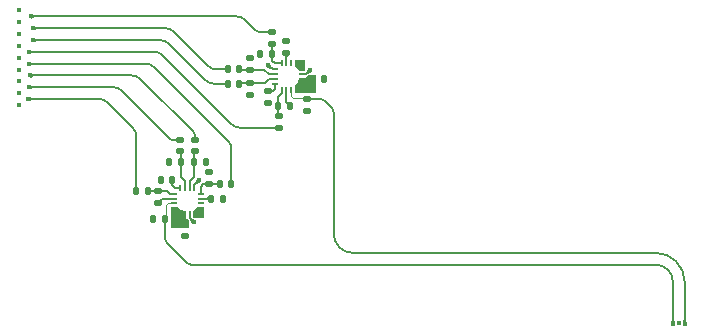
<source format=gbr>
%TF.GenerationSoftware,KiCad,Pcbnew,9.0.1*%
%TF.CreationDate,2025-05-20T09:40:34+02:00*%
%TF.ProjectId,Card_Adapter_Flex_AddOn,43617264-5f41-4646-9170-7465725f466c,0*%
%TF.SameCoordinates,Original*%
%TF.FileFunction,Copper,L1,Top*%
%TF.FilePolarity,Positive*%
%FSLAX46Y46*%
G04 Gerber Fmt 4.6, Leading zero omitted, Abs format (unit mm)*
G04 Created by KiCad (PCBNEW 9.0.1) date 2025-05-20 09:40:34*
%MOMM*%
%LPD*%
G01*
G04 APERTURE LIST*
G04 Aperture macros list*
%AMRoundRect*
0 Rectangle with rounded corners*
0 $1 Rounding radius*
0 $2 $3 $4 $5 $6 $7 $8 $9 X,Y pos of 4 corners*
0 Add a 4 corners polygon primitive as box body*
4,1,4,$2,$3,$4,$5,$6,$7,$8,$9,$2,$3,0*
0 Add four circle primitives for the rounded corners*
1,1,$1+$1,$2,$3*
1,1,$1+$1,$4,$5*
1,1,$1+$1,$6,$7*
1,1,$1+$1,$8,$9*
0 Add four rect primitives between the rounded corners*
20,1,$1+$1,$2,$3,$4,$5,0*
20,1,$1+$1,$4,$5,$6,$7,0*
20,1,$1+$1,$6,$7,$8,$9,0*
20,1,$1+$1,$8,$9,$2,$3,0*%
%AMOutline5P*
0 Free polygon, 5 corners , with rotation*
0 The origin of the aperture is its center*
0 number of corners: always 5*
0 $1 to $10 corner X, Y*
0 $11 Rotation angle, in degrees counterclockwise*
0 create outline with 5 corners*
4,1,5,$1,$2,$3,$4,$5,$6,$7,$8,$9,$10,$1,$2,$11*%
%AMOutline6P*
0 Free polygon, 6 corners , with rotation*
0 The origin of the aperture is its center*
0 number of corners: always 6*
0 $1 to $12 corner X, Y*
0 $13 Rotation angle, in degrees counterclockwise*
0 create outline with 6 corners*
4,1,6,$1,$2,$3,$4,$5,$6,$7,$8,$9,$10,$11,$12,$1,$2,$13*%
%AMOutline7P*
0 Free polygon, 7 corners , with rotation*
0 The origin of the aperture is its center*
0 number of corners: always 7*
0 $1 to $14 corner X, Y*
0 $15 Rotation angle, in degrees counterclockwise*
0 create outline with 7 corners*
4,1,7,$1,$2,$3,$4,$5,$6,$7,$8,$9,$10,$11,$12,$13,$14,$1,$2,$15*%
%AMOutline8P*
0 Free polygon, 8 corners , with rotation*
0 The origin of the aperture is its center*
0 number of corners: always 8*
0 $1 to $16 corner X, Y*
0 $17 Rotation angle, in degrees counterclockwise*
0 create outline with 8 corners*
4,1,8,$1,$2,$3,$4,$5,$6,$7,$8,$9,$10,$11,$12,$13,$14,$15,$16,$1,$2,$17*%
G04 Aperture macros list end*
%TA.AperFunction,SMDPad,CuDef*%
%ADD10RoundRect,0.140000X-0.170000X0.140000X-0.170000X-0.140000X0.170000X-0.140000X0.170000X0.140000X0*%
%TD*%
%TA.AperFunction,SMDPad,CuDef*%
%ADD11RoundRect,0.140000X0.140000X0.170000X-0.140000X0.170000X-0.140000X-0.170000X0.140000X-0.170000X0*%
%TD*%
%TA.AperFunction,SMDPad,CuDef*%
%ADD12RoundRect,0.135000X-0.135000X-0.185000X0.135000X-0.185000X0.135000X0.185000X-0.135000X0.185000X0*%
%TD*%
%TA.AperFunction,SMDPad,CuDef*%
%ADD13RoundRect,0.140000X-0.140000X-0.170000X0.140000X-0.170000X0.140000X0.170000X-0.140000X0.170000X0*%
%TD*%
%TA.AperFunction,SMDPad,CuDef*%
%ADD14RoundRect,0.140000X0.170000X-0.140000X0.170000X0.140000X-0.170000X0.140000X-0.170000X-0.140000X0*%
%TD*%
%TA.AperFunction,SMDPad,CuDef*%
%ADD15RoundRect,0.135000X0.135000X0.185000X-0.135000X0.185000X-0.135000X-0.185000X0.135000X-0.185000X0*%
%TD*%
%TA.AperFunction,SMDPad,CuDef*%
%ADD16Outline5P,-0.100000X0.325000X0.100000X0.325000X0.100000X-0.225000X0.000000X-0.325000X-0.100000X-0.325000X180.000000*%
%TD*%
%TA.AperFunction,SMDPad,CuDef*%
%ADD17R,0.200000X0.550000*%
%TD*%
%TA.AperFunction,SMDPad,CuDef*%
%ADD18R,0.550000X0.200000*%
%TD*%
%TA.AperFunction,SMDPad,CuDef*%
%ADD19RoundRect,0.135000X0.185000X-0.135000X0.185000X0.135000X-0.185000X0.135000X-0.185000X-0.135000X0*%
%TD*%
%TA.AperFunction,SMDPad,CuDef*%
%ADD20Outline5P,-0.100000X0.325000X0.100000X0.325000X0.100000X-0.225000X0.000000X-0.325000X-0.100000X-0.325000X270.000000*%
%TD*%
%TA.AperFunction,SMDPad,CuDef*%
%ADD21RoundRect,0.135000X-0.185000X0.135000X-0.185000X-0.135000X0.185000X-0.135000X0.185000X0.135000X0*%
%TD*%
%TA.AperFunction,ViaPad*%
%ADD22C,0.400000*%
%TD*%
%TA.AperFunction,Conductor*%
%ADD23C,0.200000*%
%TD*%
%TA.AperFunction,Conductor*%
%ADD24C,0.100000*%
%TD*%
%TA.AperFunction,Conductor*%
%ADD25C,0.150000*%
%TD*%
G04 APERTURE END LIST*
D10*
%TO.P,C19,1*%
%TO.N,Master_trigger_out_2*%
X78735000Y-63930000D03*
%TO.P,C19,2*%
%TO.N,Net-(U3-CLK_OUT2)*%
X78735000Y-64890000D03*
%TD*%
D11*
%TO.P,C17,1*%
%TO.N,GND*%
X82335000Y-68880000D03*
%TO.P,C17,2*%
%TO.N,+3V3*%
X81375000Y-68880000D03*
%TD*%
D12*
%TO.P,R12,1*%
%TO.N,GND*%
X76430000Y-70595000D03*
%TO.P,R12,2*%
%TO.N,Master_trigger_in*%
X77450000Y-70595000D03*
%TD*%
D13*
%TO.P,C15,1*%
%TO.N,GND*%
X77115000Y-67320000D03*
%TO.P,C15,2*%
%TO.N,+3V3*%
X78075000Y-67320000D03*
%TD*%
D14*
%TO.P,C11,1*%
%TO.N,Heim_time_out_1*%
X87080000Y-62870000D03*
%TO.P,C11,2*%
%TO.N,Net-(U1-CLK_OUT1)*%
X87080000Y-61910000D03*
%TD*%
D15*
%TO.P,R14,1*%
%TO.N,GND*%
X80935000Y-65780000D03*
%TO.P,R14,2*%
%TO.N,Net-(U3-CLK_OUT3)*%
X79915000Y-65780000D03*
%TD*%
D14*
%TO.P,C1,1*%
%TO.N,GND*%
X86160000Y-60770000D03*
%TO.P,C1,2*%
%TO.N,+3V3*%
X86160000Y-59810000D03*
%TD*%
D10*
%TO.P,C14,1*%
%TO.N,Heim_time_out_4*%
X86480000Y-54810000D03*
%TO.P,C14,2*%
%TO.N,Net-(U1-CLK_OUT4)*%
X86480000Y-55770000D03*
%TD*%
D13*
%TO.P,C18,1*%
%TO.N,Master_trigger_out_1*%
X75015000Y-68240000D03*
%TO.P,C18,2*%
%TO.N,Net-(U3-CLK_OUT1)*%
X75975000Y-68240000D03*
%TD*%
%TO.P,C12,1*%
%TO.N,Heim_time_out_2*%
X82770000Y-59150000D03*
%TO.P,C12,2*%
%TO.N,Net-(U1-CLK_OUT2)*%
X83730000Y-59150000D03*
%TD*%
D16*
%TO.P,U3,1,OE_2*%
%TO.N,+3V3*%
X78745000Y-70155000D03*
D17*
%TO.P,U3,2,VDD*%
X79145000Y-70205000D03*
%TO.P,U3,3,GND*%
%TO.N,GND*%
X79545000Y-70205000D03*
%TO.P,U3,4,OE_3*%
%TO.N,+3V3*%
X79945000Y-70205000D03*
D18*
%TO.P,U3,5,OE_4*%
X80470000Y-69680000D03*
%TO.P,U3,6,OE_OSC*%
%TO.N,/Master trigger/Signaling*%
X80470000Y-69280000D03*
%TO.P,U3,7,VDD*%
%TO.N,+3V3*%
X80470000Y-68880000D03*
%TO.P,U3,8,CLK_OUT4*%
%TO.N,Net-(U3-CLK_OUT4)*%
X80470000Y-68480000D03*
D17*
%TO.P,U3,9,GND*%
%TO.N,GND*%
X79945000Y-67955000D03*
%TO.P,U3,10,CLK_OUT3*%
%TO.N,Net-(U3-CLK_OUT3)*%
X79545000Y-67955000D03*
%TO.P,U3,11,CLK_OUT2*%
%TO.N,Net-(U3-CLK_OUT2)*%
X79145000Y-67955000D03*
%TO.P,U3,12,VDD*%
%TO.N,+3V3*%
X78745000Y-67955000D03*
D18*
%TO.P,U3,13,CLK_OUT1*%
%TO.N,Net-(U3-CLK_OUT1)*%
X78220000Y-68480000D03*
%TO.P,U3,14,GND*%
%TO.N,GND*%
X78220000Y-68880000D03*
%TO.P,U3,15,CLK_IN*%
%TO.N,Master_trigger_in*%
X78220000Y-69280000D03*
%TO.P,U3,16,OE_1*%
%TO.N,+3V3*%
X78220000Y-69680000D03*
%TD*%
D11*
%TO.P,C2,1*%
%TO.N,GND*%
X90900000Y-58740000D03*
%TO.P,C2,2*%
%TO.N,+3V3*%
X89940000Y-58740000D03*
%TD*%
D19*
%TO.P,R3,1*%
%TO.N,GND*%
X84630000Y-60130000D03*
%TO.P,R3,2*%
%TO.N,Net-(U1-CLK_OUT2)*%
X84630000Y-59110000D03*
%TD*%
D20*
%TO.P,U1,1,OE_2*%
%TO.N,+3V3*%
X88995000Y-59140000D03*
D18*
%TO.P,U1,2,VDD*%
X89045000Y-58740000D03*
%TO.P,U1,3,GND*%
%TO.N,GND*%
X89045000Y-58340000D03*
%TO.P,U1,4,OE_3*%
%TO.N,+3V3*%
X89045000Y-57940000D03*
D17*
%TO.P,U1,5,OE_4*%
X88520000Y-57415000D03*
%TO.P,U1,6,OE_OSC*%
%TO.N,/Heimtime/Signaling*%
X88120000Y-57415000D03*
%TO.P,U1,7,VDD*%
%TO.N,+3V3*%
X87720000Y-57415000D03*
%TO.P,U1,8,CLK_OUT4*%
%TO.N,Net-(U1-CLK_OUT4)*%
X87320000Y-57415000D03*
D18*
%TO.P,U1,9,GND*%
%TO.N,GND*%
X86795000Y-57940000D03*
%TO.P,U1,10,CLK_OUT3*%
%TO.N,Net-(U1-CLK_OUT3)*%
X86795000Y-58340000D03*
%TO.P,U1,11,CLK_OUT2*%
%TO.N,Net-(U1-CLK_OUT2)*%
X86795000Y-58740000D03*
%TO.P,U1,12,VDD*%
%TO.N,+3V3*%
X86795000Y-59140000D03*
D17*
%TO.P,U1,13,CLK_OUT1*%
%TO.N,Net-(U1-CLK_OUT1)*%
X87320000Y-59665000D03*
%TO.P,U1,14,GND*%
%TO.N,GND*%
X87720000Y-59665000D03*
%TO.P,U1,15,CLK_IN*%
%TO.N,Heim_time_in*%
X88120000Y-59665000D03*
%TO.P,U1,16,OE_1*%
%TO.N,+3V3*%
X88520000Y-59665000D03*
%TD*%
D15*
%TO.P,R4,1*%
%TO.N,GND*%
X88060000Y-61010000D03*
%TO.P,R4,2*%
%TO.N,Net-(U1-CLK_OUT1)*%
X87040000Y-61010000D03*
%TD*%
D12*
%TO.P,R1,1*%
%TO.N,GND*%
X85500000Y-56670000D03*
%TO.P,R1,2*%
%TO.N,Net-(U1-CLK_OUT4)*%
X86520000Y-56670000D03*
%TD*%
D14*
%TO.P,C16,1*%
%TO.N,GND*%
X79145000Y-72060000D03*
%TO.P,C16,2*%
%TO.N,+3V3*%
X79145000Y-71100000D03*
%TD*%
D21*
%TO.P,R2,1*%
%TO.N,GND*%
X84620000Y-56950000D03*
%TO.P,R2,2*%
%TO.N,Net-(U1-CLK_OUT3)*%
X84620000Y-57970000D03*
%TD*%
D13*
%TO.P,C13,1*%
%TO.N,Heim_time_out_3*%
X82750000Y-57930000D03*
%TO.P,C13,2*%
%TO.N,Net-(U1-CLK_OUT3)*%
X83710000Y-57930000D03*
%TD*%
D10*
%TO.P,C3,1*%
%TO.N,GND*%
X87720000Y-55550000D03*
%TO.P,C3,2*%
%TO.N,+3V3*%
X87720000Y-56510000D03*
%TD*%
D19*
%TO.P,R11,1*%
%TO.N,GND*%
X89470000Y-61470000D03*
%TO.P,R11,2*%
%TO.N,Heim_time_in*%
X89470000Y-60450000D03*
%TD*%
%TO.P,R16,1*%
%TO.N,GND*%
X76875000Y-69220000D03*
%TO.P,R16,2*%
%TO.N,Net-(U3-CLK_OUT1)*%
X76875000Y-68200000D03*
%TD*%
D11*
%TO.P,C21,1*%
%TO.N,Master_trigger_out_4*%
X83075000Y-67640000D03*
%TO.P,C21,2*%
%TO.N,Net-(U3-CLK_OUT4)*%
X82115000Y-67640000D03*
%TD*%
D21*
%TO.P,R13,1*%
%TO.N,GND*%
X81215000Y-66660000D03*
%TO.P,R13,2*%
%TO.N,Net-(U3-CLK_OUT4)*%
X81215000Y-67680000D03*
%TD*%
D12*
%TO.P,R15,1*%
%TO.N,GND*%
X77755000Y-65790000D03*
%TO.P,R15,2*%
%TO.N,Net-(U3-CLK_OUT2)*%
X78775000Y-65790000D03*
%TD*%
D10*
%TO.P,C20,1*%
%TO.N,Master_trigger_out_3*%
X79955000Y-63910000D03*
%TO.P,C20,2*%
%TO.N,Net-(U3-CLK_OUT3)*%
X79955000Y-64870000D03*
%TD*%
D22*
%TO.N,GND*%
X65100000Y-54950000D03*
X88060000Y-61010000D03*
X79885000Y-70880002D03*
X81215000Y-66660000D03*
X84630000Y-60130000D03*
X90810000Y-58740000D03*
X89720002Y-58000000D03*
X82335000Y-68880000D03*
X120950000Y-79440000D03*
X79145000Y-71970000D03*
X65100000Y-60950000D03*
X80324750Y-67333142D03*
X89470000Y-61470000D03*
X85500000Y-56670000D03*
X65100000Y-56950000D03*
X76415000Y-70630000D03*
X80935000Y-65780000D03*
X87720000Y-55550000D03*
X65100000Y-55950000D03*
X86173142Y-57560250D03*
X65100000Y-57950000D03*
X84620000Y-56950000D03*
X65100000Y-53950000D03*
X65100000Y-52950000D03*
X65100000Y-58950000D03*
X65100000Y-59950000D03*
X76875000Y-69220000D03*
X77755000Y-65790000D03*
X86160000Y-60770000D03*
X77115000Y-67320000D03*
%TO.N,Heim_time_in*%
X121450000Y-79470000D03*
%TO.N,Master_trigger_in*%
X120450000Y-79460000D03*
%TO.N,+3V3*%
X81375000Y-68880000D03*
X78075000Y-67320000D03*
X89850000Y-58740000D03*
X86160000Y-59810000D03*
X79145000Y-71010000D03*
X89660000Y-59560000D03*
X80510000Y-70240000D03*
X89070000Y-57370000D03*
X87720000Y-56510000D03*
X78325000Y-70820000D03*
%TO.N,Heim_time_out_1*%
X65910797Y-56426770D03*
%TO.N,Heim_time_out_2*%
X66280000Y-55460000D03*
%TO.N,Heim_time_out_3*%
X66250000Y-54450000D03*
%TO.N,Heim_time_out_4*%
X66070000Y-53450000D03*
%TO.N,Master_trigger_out_1*%
X65890507Y-60440768D03*
%TO.N,Master_trigger_out_2*%
X65920000Y-59450000D03*
%TO.N,Master_trigger_out_3*%
X66010000Y-58450000D03*
%TO.N,Master_trigger_out_4*%
X65913783Y-57451412D03*
%TD*%
D23*
%TO.N,Heim_time_in*%
X90622893Y-60450000D02*
X89470000Y-60450000D01*
X91593553Y-61213553D02*
X90976446Y-60596446D01*
X91740000Y-71880000D02*
X91740000Y-61567107D01*
X118999980Y-73480000D02*
X93340000Y-73480000D01*
X121450000Y-79470000D02*
X121450000Y-75930020D01*
X90976446Y-60596446D02*
G75*
G03*
X90622893Y-60450005I-353546J-353554D01*
G01*
X121450000Y-75930020D02*
G75*
G03*
X118999980Y-73480000I-2450000J20D01*
G01*
X91740000Y-61567107D02*
G75*
G03*
X91593556Y-61213550I-500000J7D01*
G01*
X93340000Y-73480000D02*
G75*
G02*
X91740000Y-71880000I0J1600000D01*
G01*
%TO.N,Master_trigger_in*%
X77450000Y-72267893D02*
X77450000Y-70595000D01*
X119000000Y-74470000D02*
X79652107Y-74470000D01*
X120450000Y-79460000D02*
X120450000Y-75920000D01*
X79298553Y-74323553D02*
X77596446Y-72621446D01*
X77596446Y-72621446D02*
G75*
G02*
X77450005Y-72267893I353554J353546D01*
G01*
X79652107Y-74470000D02*
G75*
G02*
X79298550Y-74323556I-7J500000D01*
G01*
X120450000Y-75920000D02*
G75*
G03*
X119000000Y-74470000I-1450000J0D01*
G01*
%TO.N,GND*%
X86552892Y-57940000D02*
X86173142Y-57560250D01*
X89045000Y-58340000D02*
X89380002Y-58340000D01*
X79945000Y-67712892D02*
X80324750Y-67333142D01*
X87720000Y-59665000D02*
X87720000Y-60670000D01*
X78220000Y-68880000D02*
X77215000Y-68880000D01*
X86795000Y-57940000D02*
X86552892Y-57940000D01*
X79545000Y-70540002D02*
X79885000Y-70880002D01*
X77215000Y-68880000D02*
X76875000Y-69220000D01*
X89380002Y-58340000D02*
X89720002Y-58000000D01*
X79945000Y-67955000D02*
X79945000Y-67712892D01*
X79545000Y-70205000D02*
X79545000Y-70540002D01*
X87720000Y-60670000D02*
X88060000Y-61010000D01*
D24*
%TO.N,Heim_time_in*%
X89470000Y-60450000D02*
X89260000Y-60240000D01*
X88120000Y-60180000D02*
X88290000Y-60350000D01*
X89370000Y-60350000D02*
X89470000Y-60450000D01*
X88290000Y-60350000D02*
X89370000Y-60350000D01*
X88120000Y-59665000D02*
X88120000Y-60180000D01*
X89430000Y-60410000D02*
G75*
G02*
X89470000Y-60450000I0J-40000D01*
G01*
X89260000Y-60240000D02*
G75*
G02*
X89470000Y-60450000I0J-210000D01*
G01*
%TO.N,Master_trigger_in*%
X77435000Y-70630000D02*
X77645000Y-70420000D01*
X78220000Y-69280000D02*
X77705000Y-69280000D01*
X77535000Y-70530000D02*
X77435000Y-70630000D01*
X77705000Y-69280000D02*
X77535000Y-69450000D01*
X77535000Y-69450000D02*
X77535000Y-70530000D01*
X77475000Y-70590000D02*
G75*
G02*
X77435000Y-70630000I-40000J0D01*
G01*
X77645000Y-70420000D02*
G75*
G02*
X77435000Y-70630000I-210000J0D01*
G01*
D23*
%TO.N,+3V3*%
X80470000Y-68880000D02*
X81375000Y-68880000D01*
X78075000Y-67320000D02*
X78075000Y-67760000D01*
X86795000Y-59615000D02*
X86795000Y-59140000D01*
X86600000Y-59810000D02*
X86795000Y-59615000D01*
X78075000Y-67760000D02*
X78270000Y-67955000D01*
X86160000Y-59810000D02*
X86600000Y-59810000D01*
X78270000Y-67955000D02*
X78745000Y-67955000D01*
X87720000Y-57415000D02*
X87720000Y-56510000D01*
D25*
%TO.N,Heim_time_out_1*%
X65910797Y-56426770D02*
X65934027Y-56450000D01*
X77232893Y-56742893D02*
X83067107Y-62577107D01*
X65934027Y-56450000D02*
X76525786Y-56450000D01*
X83774214Y-62870000D02*
X87080000Y-62870000D01*
X83067107Y-62577107D02*
G75*
G03*
X83774214Y-62869990I707093J707107D01*
G01*
X76525786Y-56450000D02*
G75*
G02*
X77232900Y-56742886I14J-1000000D01*
G01*
%TO.N,Heim_time_out_2*%
X77762893Y-55752893D02*
X80867107Y-58857107D01*
X81574214Y-59150000D02*
X82770000Y-59150000D01*
X66280000Y-55460000D02*
X77055786Y-55460000D01*
X80867107Y-58857107D02*
G75*
G03*
X81574214Y-59149990I707093J707107D01*
G01*
X77762893Y-55752893D02*
G75*
G03*
X77055786Y-55460010I-707093J-707107D01*
G01*
%TO.N,Heim_time_out_3*%
X81077107Y-57637107D02*
X78940000Y-55500000D01*
X77475786Y-54450000D02*
X66250000Y-54450000D01*
X82750000Y-57930000D02*
X81784214Y-57930000D01*
X78940000Y-55500000D02*
X78182893Y-54742893D01*
X78182893Y-54742893D02*
G75*
G03*
X77475786Y-54450010I-707093J-707107D01*
G01*
X81784214Y-57930000D02*
G75*
G02*
X81077100Y-57637114I-14J1000000D01*
G01*
%TO.N,Heim_time_out_4*%
X83495786Y-53450000D02*
X66070000Y-53450000D01*
X86480000Y-54810000D02*
X85684214Y-54810000D01*
X84977107Y-54517107D02*
X84202893Y-53742893D01*
X83495786Y-53450000D02*
G75*
G02*
X84202900Y-53742886I14J-1000000D01*
G01*
X85684214Y-54810000D02*
G75*
G02*
X84977100Y-54517114I-14J1000000D01*
G01*
D23*
%TO.N,Net-(U1-CLK_OUT1)*%
X87040000Y-61870000D02*
X87080000Y-61910000D01*
X87320000Y-59665000D02*
X87320000Y-59980000D01*
X87320000Y-59980000D02*
X87040000Y-60260000D01*
X87040000Y-61010000D02*
X87040000Y-61870000D01*
X87040000Y-60260000D02*
X87040000Y-61010000D01*
D25*
%TO.N,Master_trigger_out_1*%
X75015000Y-68240000D02*
X75015000Y-63599214D01*
X65891275Y-60440000D02*
X65890507Y-60440768D01*
X71855786Y-60440000D02*
X65891275Y-60440000D01*
X74722107Y-62892107D02*
X72562893Y-60732893D01*
X71855786Y-60440000D02*
G75*
G02*
X72562900Y-60732886I14J-1000000D01*
G01*
X75015000Y-63599214D02*
G75*
G03*
X74722114Y-62892100I-1000000J14D01*
G01*
D23*
%TO.N,Net-(U3-CLK_OUT1)*%
X76015000Y-68200000D02*
X75975000Y-68240000D01*
X76875000Y-68200000D02*
X76015000Y-68200000D01*
X78220000Y-68480000D02*
X77905000Y-68480000D01*
X77905000Y-68480000D02*
X77625000Y-68200000D01*
X77625000Y-68200000D02*
X76875000Y-68200000D01*
%TO.N,Net-(U3-CLK_OUT2)*%
X78775000Y-64930000D02*
X78735000Y-64890000D01*
X79145000Y-67410000D02*
X78775000Y-67040000D01*
X78775000Y-65790000D02*
X78775000Y-64930000D01*
X79145000Y-67955000D02*
X79145000Y-67410000D01*
X78775000Y-67040000D02*
X78775000Y-65790000D01*
D25*
%TO.N,Master_trigger_out_2*%
X78735000Y-63930000D02*
X78124732Y-63930000D01*
X77894730Y-63834730D02*
X73802893Y-59742893D01*
X73095786Y-59450000D02*
X65920000Y-59450000D01*
X73802893Y-59742893D02*
G75*
G03*
X73095786Y-59450010I-707093J-707107D01*
G01*
X77894730Y-63834730D02*
G75*
G03*
X78124732Y-63929969I229970J230030D01*
G01*
D23*
%TO.N,Net-(U3-CLK_OUT3)*%
X79545000Y-67400000D02*
X79915000Y-67030000D01*
X79915000Y-65780000D02*
X79915000Y-64910000D01*
X79545000Y-67955000D02*
X79545000Y-67400000D01*
X79915000Y-64910000D02*
X79955000Y-64870000D01*
X79915000Y-67030000D02*
X79915000Y-65780000D01*
D25*
%TO.N,Master_trigger_out_3*%
X74645786Y-58450000D02*
X66010000Y-58450000D01*
X79955000Y-63910000D02*
X79955000Y-63457070D01*
X79875755Y-63265755D02*
X75352893Y-58742893D01*
X79955000Y-63457070D02*
G75*
G03*
X79875748Y-63265762I-270600J-30D01*
G01*
X75352893Y-58742893D02*
G75*
G03*
X74645786Y-58450010I-707093J-707107D01*
G01*
D23*
%TO.N,Net-(U3-CLK_OUT4)*%
X80470000Y-67895000D02*
X80470000Y-68480000D01*
X80685000Y-67680000D02*
X80470000Y-67895000D01*
X81215000Y-67680000D02*
X80685000Y-67680000D01*
X82115000Y-67640000D02*
X81255000Y-67640000D01*
X81255000Y-67640000D02*
X81215000Y-67680000D01*
D25*
%TO.N,Master_trigger_out_4*%
X75817198Y-57451412D02*
X65913783Y-57451412D01*
X83075000Y-67640000D02*
X83075000Y-64699214D01*
X82782107Y-63992107D02*
X82772107Y-63992107D01*
X82772107Y-63992107D02*
X76524305Y-57744305D01*
X76524305Y-57744305D02*
G75*
G03*
X75817198Y-57451410I-707105J-707095D01*
G01*
X83075000Y-64699214D02*
G75*
G03*
X82782114Y-63992100I-1000000J14D01*
G01*
D23*
%TO.N,Net-(U1-CLK_OUT2)*%
X85880000Y-59110000D02*
X84630000Y-59110000D01*
X84630000Y-59110000D02*
X83770000Y-59110000D01*
X83770000Y-59110000D02*
X83730000Y-59150000D01*
X86250000Y-58740000D02*
X85880000Y-59110000D01*
X86795000Y-58740000D02*
X86250000Y-58740000D01*
%TO.N,Net-(U1-CLK_OUT3)*%
X83750000Y-57970000D02*
X83710000Y-57930000D01*
X84620000Y-57970000D02*
X83750000Y-57970000D01*
X86240000Y-58340000D02*
X85870000Y-57970000D01*
X86795000Y-58340000D02*
X86240000Y-58340000D01*
X85870000Y-57970000D02*
X84620000Y-57970000D01*
%TO.N,Net-(U1-CLK_OUT4)*%
X86480000Y-56630000D02*
X86520000Y-56670000D01*
X86735000Y-57415000D02*
X87320000Y-57415000D01*
X86480000Y-55770000D02*
X86480000Y-56630000D01*
X86520000Y-57200000D02*
X86735000Y-57415000D01*
X86520000Y-56670000D02*
X86520000Y-57200000D01*
%TD*%
%TA.AperFunction,Conductor*%
%TO.N,+3V3*%
G36*
X80725101Y-69604352D02*
G01*
X80739453Y-69639000D01*
X80739450Y-69639544D01*
X80730538Y-70441544D01*
X80715802Y-70476031D01*
X80681541Y-70490000D01*
X79889000Y-70490000D01*
X79854352Y-70475648D01*
X79840000Y-70441000D01*
X79840000Y-69960296D01*
X79854352Y-69925648D01*
X80175648Y-69604352D01*
X80210296Y-69590000D01*
X80690453Y-69590000D01*
X80725101Y-69604352D01*
G37*
%TD.AperFunction*%
%TD*%
%TA.AperFunction,Conductor*%
%TO.N,+3V3*%
G36*
X90205648Y-58394352D02*
G01*
X90220000Y-58429000D01*
X90220000Y-59891000D01*
X90205648Y-59925648D01*
X90171000Y-59940000D01*
X88469000Y-59940000D01*
X88434352Y-59925648D01*
X88420000Y-59891000D01*
X88420000Y-59405703D01*
X88429127Y-59377222D01*
X88670000Y-59040000D01*
X88760721Y-58677116D01*
X88783048Y-58646983D01*
X88808258Y-58640000D01*
X89319999Y-58640000D01*
X89320000Y-58640000D01*
X89434289Y-58537533D01*
X89448230Y-58528758D01*
X89493576Y-58509976D01*
X89565794Y-58437756D01*
X89569996Y-58434015D01*
X89572688Y-58431881D01*
X89588902Y-58422382D01*
X89623712Y-58391455D01*
X89624800Y-58390594D01*
X89634979Y-58387696D01*
X89655229Y-58380000D01*
X90171000Y-58380000D01*
X90205648Y-58394352D01*
G37*
%TD.AperFunction*%
%TD*%
%TA.AperFunction,Conductor*%
%TO.N,+3V3*%
G36*
X78507778Y-69589127D02*
G01*
X78845000Y-69830000D01*
X79207884Y-69920721D01*
X79238017Y-69943048D01*
X79245000Y-69968258D01*
X79245000Y-70480001D01*
X79347458Y-70594282D01*
X79356244Y-70608239D01*
X79375024Y-70653577D01*
X79375025Y-70653578D01*
X79447226Y-70725778D01*
X79450984Y-70729996D01*
X79453117Y-70732688D01*
X79462616Y-70748899D01*
X79493551Y-70783720D01*
X79494406Y-70784799D01*
X79497303Y-70794976D01*
X79505000Y-70815229D01*
X79505000Y-71331000D01*
X79490648Y-71365648D01*
X79456000Y-71380000D01*
X77994000Y-71380000D01*
X77959352Y-71365648D01*
X77945000Y-71331000D01*
X77945000Y-69629000D01*
X77959352Y-69594352D01*
X77994000Y-69580000D01*
X78479297Y-69580000D01*
X78507778Y-69589127D01*
G37*
%TD.AperFunction*%
%TD*%
%TA.AperFunction,Conductor*%
%TO.N,+3V3*%
G36*
X88469456Y-57140549D02*
G01*
X89271545Y-57149461D01*
X89306031Y-57164197D01*
X89320000Y-57198458D01*
X89320000Y-57991000D01*
X89305648Y-58025648D01*
X89271000Y-58040000D01*
X88790296Y-58040000D01*
X88755648Y-58025648D01*
X88434352Y-57704352D01*
X88420000Y-57669704D01*
X88420000Y-57189547D01*
X88434352Y-57154899D01*
X88469000Y-57140547D01*
X88469456Y-57140549D01*
G37*
%TD.AperFunction*%
%TD*%
%TA.AperFunction,Conductor*%
%TO.N,Heim_time_in*%
G36*
X121547752Y-79077270D02*
G01*
X121551113Y-79084305D01*
X121562766Y-79193844D01*
X121562767Y-79193848D01*
X121593206Y-79272589D01*
X121593212Y-79272602D01*
X121605134Y-79298767D01*
X121605664Y-79300159D01*
X121642337Y-79418641D01*
X121641509Y-79427557D01*
X121634619Y-79433277D01*
X121633499Y-79433564D01*
X121452339Y-79470522D01*
X121447661Y-79470522D01*
X121266076Y-79433477D01*
X121258655Y-79428465D01*
X121256951Y-79419674D01*
X121257122Y-79418953D01*
X121279285Y-79337668D01*
X121279802Y-79336179D01*
X121295091Y-79300159D01*
X121306791Y-79272595D01*
X121333108Y-79208254D01*
X121345388Y-79151870D01*
X121349349Y-79084852D01*
X121353258Y-79076796D01*
X121361029Y-79073843D01*
X121539479Y-79073843D01*
X121547752Y-79077270D01*
G37*
%TD.AperFunction*%
%TD*%
%TA.AperFunction,Conductor*%
%TO.N,Master_trigger_in*%
G36*
X120547752Y-79067270D02*
G01*
X120551113Y-79074305D01*
X120562766Y-79183844D01*
X120562767Y-79183848D01*
X120593206Y-79262589D01*
X120593212Y-79262602D01*
X120605134Y-79288767D01*
X120605664Y-79290159D01*
X120642337Y-79408641D01*
X120641509Y-79417557D01*
X120634619Y-79423277D01*
X120633499Y-79423564D01*
X120452339Y-79460522D01*
X120447661Y-79460522D01*
X120266076Y-79423477D01*
X120258655Y-79418465D01*
X120256951Y-79409674D01*
X120257122Y-79408953D01*
X120279285Y-79327668D01*
X120279802Y-79326179D01*
X120295091Y-79290159D01*
X120306791Y-79262595D01*
X120333108Y-79198254D01*
X120345388Y-79141870D01*
X120349349Y-79074852D01*
X120353258Y-79066796D01*
X120361029Y-79063843D01*
X120539479Y-79063843D01*
X120547752Y-79067270D01*
G37*
%TD.AperFunction*%
%TD*%
%TA.AperFunction,Conductor*%
%TO.N,GND*%
G36*
X86345233Y-57459329D02*
G01*
X86345626Y-57459967D01*
X86387428Y-57533109D01*
X86388111Y-57534519D01*
X86398222Y-57559543D01*
X86414005Y-57598604D01*
X86440873Y-57662665D01*
X86440876Y-57662671D01*
X86440878Y-57662675D01*
X86472065Y-57711229D01*
X86516653Y-57761419D01*
X86519586Y-57769879D01*
X86516179Y-57777462D01*
X86389995Y-57903646D01*
X86381722Y-57907073D01*
X86374371Y-57904475D01*
X86288671Y-57835256D01*
X86211462Y-57801099D01*
X86211455Y-57801096D01*
X86211452Y-57801095D01*
X86184519Y-57791024D01*
X86183160Y-57790414D01*
X86073455Y-57732569D01*
X86067735Y-57725679D01*
X86068563Y-57716763D01*
X86069152Y-57715768D01*
X86072153Y-57711229D01*
X86171120Y-57561531D01*
X86174423Y-57558228D01*
X86329022Y-57456020D01*
X86337812Y-57454317D01*
X86345233Y-57459329D01*
G37*
%TD.AperFunction*%
%TD*%
%TA.AperFunction,Conductor*%
%TO.N,GND*%
G36*
X80168236Y-67228562D02*
G01*
X80169223Y-67229146D01*
X80323465Y-67331118D01*
X80326773Y-67334426D01*
X80428978Y-67489021D01*
X80430682Y-67497812D01*
X80425670Y-67505233D01*
X80425024Y-67505631D01*
X80351896Y-67547424D01*
X80350477Y-67548113D01*
X80286395Y-67574005D01*
X80222333Y-67600873D01*
X80222320Y-67600880D01*
X80173771Y-67632064D01*
X80123581Y-67676653D01*
X80115120Y-67679586D01*
X80107537Y-67676179D01*
X79981353Y-67549995D01*
X79977926Y-67541722D01*
X79980522Y-67534373D01*
X80049743Y-67448671D01*
X80083900Y-67371463D01*
X80093977Y-67344512D01*
X80094580Y-67343168D01*
X80152432Y-67233452D01*
X80159320Y-67227734D01*
X80168236Y-67228562D01*
G37*
%TD.AperFunction*%
%TD*%
%TA.AperFunction,Conductor*%
%TO.N,GND*%
G36*
X79683768Y-70535775D02*
G01*
X79769470Y-70604995D01*
X79846679Y-70639152D01*
X79873621Y-70649226D01*
X79874978Y-70649835D01*
X79914336Y-70670588D01*
X79984686Y-70707682D01*
X79990406Y-70714572D01*
X79989578Y-70723488D01*
X79988989Y-70724483D01*
X79887023Y-70878717D01*
X79883715Y-70882025D01*
X79729121Y-70984230D01*
X79720330Y-70985934D01*
X79712909Y-70980922D01*
X79712511Y-70980276D01*
X79670716Y-70907147D01*
X79670026Y-70905724D01*
X79644150Y-70841681D01*
X79617263Y-70777576D01*
X79586077Y-70729023D01*
X79541487Y-70678831D01*
X79538555Y-70670372D01*
X79541961Y-70662790D01*
X79668147Y-70536604D01*
X79676419Y-70533178D01*
X79683768Y-70535775D01*
G37*
%TD.AperFunction*%
%TD*%
%TA.AperFunction,Conductor*%
%TO.N,GND*%
G36*
X89563488Y-57895420D02*
G01*
X89564475Y-57896004D01*
X89718717Y-57997976D01*
X89722025Y-58001284D01*
X89824230Y-58155879D01*
X89825934Y-58164670D01*
X89820922Y-58172091D01*
X89820276Y-58172489D01*
X89747148Y-58214282D01*
X89745729Y-58214971D01*
X89681647Y-58240863D01*
X89617585Y-58267731D01*
X89617572Y-58267738D01*
X89569023Y-58298922D01*
X89518833Y-58343511D01*
X89510372Y-58346444D01*
X89502789Y-58343037D01*
X89376605Y-58216853D01*
X89373178Y-58208580D01*
X89375774Y-58201231D01*
X89444995Y-58115529D01*
X89479152Y-58038321D01*
X89489229Y-58011370D01*
X89489832Y-58010026D01*
X89547684Y-57900310D01*
X89554572Y-57894592D01*
X89563488Y-57895420D01*
G37*
%TD.AperFunction*%
%TD*%
%TA.AperFunction,Conductor*%
%TO.N,+3V3*%
G36*
X81332557Y-68688490D02*
G01*
X81338277Y-68695380D01*
X81338564Y-68696500D01*
X81375522Y-68877661D01*
X81375522Y-68882339D01*
X81338477Y-69063923D01*
X81333465Y-69071344D01*
X81324674Y-69073048D01*
X81323935Y-69072872D01*
X81242672Y-69050715D01*
X81241179Y-69050197D01*
X81177584Y-69023204D01*
X81113256Y-68996892D01*
X81056871Y-68984612D01*
X80989852Y-68980650D01*
X80981796Y-68976740D01*
X80978843Y-68968970D01*
X80978843Y-68790521D01*
X80982270Y-68782248D01*
X80989305Y-68778887D01*
X80994977Y-68778283D01*
X81098848Y-68767233D01*
X81177595Y-68736791D01*
X81203776Y-68724860D01*
X81205157Y-68724335D01*
X81323642Y-68687662D01*
X81332557Y-68688490D01*
G37*
%TD.AperFunction*%
%TD*%
%TA.AperFunction,Conductor*%
%TO.N,+3V3*%
G36*
X87903923Y-56546522D02*
G01*
X87911344Y-56551534D01*
X87913048Y-56560325D01*
X87912872Y-56561064D01*
X87890715Y-56642326D01*
X87890197Y-56643819D01*
X87863216Y-56707386D01*
X87836891Y-56771744D01*
X87824612Y-56828127D01*
X87820651Y-56895147D01*
X87816742Y-56903204D01*
X87808971Y-56906157D01*
X87630521Y-56906157D01*
X87622248Y-56902730D01*
X87618887Y-56895695D01*
X87607233Y-56786151D01*
X87576792Y-56707409D01*
X87576790Y-56707404D01*
X87564864Y-56681230D01*
X87564334Y-56679838D01*
X87527662Y-56561356D01*
X87528490Y-56552442D01*
X87535380Y-56546722D01*
X87536483Y-56546439D01*
X87717662Y-56509477D01*
X87722338Y-56509477D01*
X87903923Y-56546522D01*
G37*
%TD.AperFunction*%
%TD*%
%TA.AperFunction,Conductor*%
%TO.N,Heim_time_out_1*%
G36*
X65962393Y-56234912D02*
G01*
X66048517Y-56264350D01*
X66050091Y-56264888D01*
X66052824Y-56266242D01*
X66116994Y-56309282D01*
X66196515Y-56357745D01*
X66196516Y-56357745D01*
X66196518Y-56357746D01*
X66220304Y-56364044D01*
X66244093Y-56370343D01*
X66296118Y-56374197D01*
X66304116Y-56378226D01*
X66306954Y-56385865D01*
X66306954Y-56514504D01*
X66303527Y-56522777D01*
X66296519Y-56526135D01*
X66187205Y-56538025D01*
X66187196Y-56538027D01*
X66108748Y-56569014D01*
X66080707Y-56582037D01*
X66079259Y-56582595D01*
X65962171Y-56619076D01*
X65953253Y-56618266D01*
X65947521Y-56611386D01*
X65947230Y-56610258D01*
X65910274Y-56429108D01*
X65910274Y-56424431D01*
X65919700Y-56378226D01*
X65947156Y-56243645D01*
X65952167Y-56236226D01*
X65960958Y-56234522D01*
X65962393Y-56234912D01*
G37*
%TD.AperFunction*%
%TD*%
%TA.AperFunction,Conductor*%
%TO.N,Heim_time_out_2*%
G36*
X66331337Y-55267646D02*
G01*
X66416580Y-55293962D01*
X66418755Y-55294883D01*
X66483138Y-55330219D01*
X66556692Y-55367929D01*
X66556696Y-55367931D01*
X66607666Y-55380366D01*
X66665248Y-55384261D01*
X66673270Y-55388238D01*
X66676157Y-55395934D01*
X66676157Y-55524049D01*
X66672730Y-55532322D01*
X66665230Y-55535723D01*
X66608828Y-55539458D01*
X66608822Y-55539459D01*
X66558464Y-55551456D01*
X66483120Y-55589790D01*
X66483116Y-55589792D01*
X66436490Y-55616612D01*
X66434368Y-55617566D01*
X66331552Y-55651963D01*
X66322619Y-55651338D01*
X66316744Y-55644579D01*
X66316376Y-55643206D01*
X66279477Y-55462339D01*
X66279477Y-55457661D01*
X66293640Y-55388238D01*
X66316438Y-55276488D01*
X66321449Y-55269069D01*
X66330240Y-55267365D01*
X66331337Y-55267646D01*
G37*
%TD.AperFunction*%
%TD*%
%TA.AperFunction,Conductor*%
%TO.N,Heim_time_out_3*%
G36*
X66301337Y-54257646D02*
G01*
X66386580Y-54283962D01*
X66388755Y-54284883D01*
X66453138Y-54320219D01*
X66526692Y-54357929D01*
X66526696Y-54357931D01*
X66577666Y-54370366D01*
X66635248Y-54374261D01*
X66643270Y-54378238D01*
X66646157Y-54385934D01*
X66646157Y-54514049D01*
X66642730Y-54522322D01*
X66635230Y-54525723D01*
X66578828Y-54529458D01*
X66578822Y-54529459D01*
X66528464Y-54541456D01*
X66453120Y-54579790D01*
X66453116Y-54579792D01*
X66406490Y-54606612D01*
X66404368Y-54607566D01*
X66301552Y-54641963D01*
X66292619Y-54641338D01*
X66286744Y-54634579D01*
X66286376Y-54633206D01*
X66249477Y-54452339D01*
X66249477Y-54447661D01*
X66263640Y-54378238D01*
X66286438Y-54266488D01*
X66291449Y-54259069D01*
X66300240Y-54257365D01*
X66301337Y-54257646D01*
G37*
%TD.AperFunction*%
%TD*%
%TA.AperFunction,Conductor*%
%TO.N,Heim_time_out_4*%
G36*
X66121337Y-53257646D02*
G01*
X66206580Y-53283962D01*
X66208755Y-53284883D01*
X66273138Y-53320219D01*
X66346692Y-53357929D01*
X66346696Y-53357931D01*
X66397666Y-53370366D01*
X66455248Y-53374261D01*
X66463270Y-53378238D01*
X66466157Y-53385934D01*
X66466157Y-53514049D01*
X66462730Y-53522322D01*
X66455230Y-53525723D01*
X66398828Y-53529458D01*
X66398822Y-53529459D01*
X66348464Y-53541456D01*
X66273120Y-53579790D01*
X66273116Y-53579792D01*
X66226490Y-53606612D01*
X66224368Y-53607566D01*
X66121552Y-53641963D01*
X66112619Y-53641338D01*
X66106744Y-53634579D01*
X66106376Y-53633206D01*
X66069477Y-53452339D01*
X66069477Y-53447661D01*
X66083640Y-53378238D01*
X66106438Y-53266488D01*
X66111449Y-53259069D01*
X66120240Y-53257365D01*
X66121337Y-53257646D01*
G37*
%TD.AperFunction*%
%TD*%
%TA.AperFunction,Conductor*%
%TO.N,Master_trigger_out_1*%
G36*
X65941840Y-60248399D02*
G01*
X66019036Y-60272145D01*
X66026984Y-60274590D01*
X66029142Y-60275499D01*
X66093506Y-60310572D01*
X66166842Y-60347937D01*
X66217945Y-60360367D01*
X66275753Y-60364264D01*
X66283775Y-60368239D01*
X66286664Y-60375937D01*
X66286664Y-60504054D01*
X66283237Y-60512327D01*
X66275743Y-60515728D01*
X66219349Y-60519490D01*
X66169006Y-60531571D01*
X66093749Y-60570152D01*
X66046643Y-60597418D01*
X66044500Y-60598385D01*
X65943911Y-60632103D01*
X65942064Y-60632722D01*
X65933130Y-60632103D01*
X65927252Y-60625348D01*
X65926883Y-60623977D01*
X65889984Y-60443106D01*
X65889984Y-60438429D01*
X65902733Y-60375937D01*
X65926947Y-60257245D01*
X65931959Y-60249825D01*
X65940750Y-60248121D01*
X65941840Y-60248399D01*
G37*
%TD.AperFunction*%
%TD*%
%TA.AperFunction,Conductor*%
%TO.N,Master_trigger_out_2*%
G36*
X65971337Y-59257646D02*
G01*
X66056580Y-59283962D01*
X66058755Y-59284883D01*
X66123138Y-59320219D01*
X66196692Y-59357929D01*
X66196696Y-59357931D01*
X66247666Y-59370366D01*
X66305248Y-59374261D01*
X66313270Y-59378238D01*
X66316157Y-59385934D01*
X66316157Y-59514049D01*
X66312730Y-59522322D01*
X66305230Y-59525723D01*
X66248828Y-59529458D01*
X66248822Y-59529459D01*
X66198464Y-59541456D01*
X66123120Y-59579790D01*
X66123116Y-59579792D01*
X66076490Y-59606612D01*
X66074368Y-59607566D01*
X65971552Y-59641963D01*
X65962619Y-59641338D01*
X65956744Y-59634579D01*
X65956376Y-59633206D01*
X65919477Y-59452339D01*
X65919477Y-59447661D01*
X65933640Y-59378238D01*
X65956438Y-59266488D01*
X65961449Y-59259069D01*
X65970240Y-59257365D01*
X65971337Y-59257646D01*
G37*
%TD.AperFunction*%
%TD*%
%TA.AperFunction,Conductor*%
%TO.N,Master_trigger_out_3*%
G36*
X66061337Y-58257646D02*
G01*
X66146580Y-58283962D01*
X66148755Y-58284883D01*
X66213138Y-58320219D01*
X66286692Y-58357929D01*
X66286696Y-58357931D01*
X66337666Y-58370366D01*
X66395248Y-58374261D01*
X66403270Y-58378238D01*
X66406157Y-58385934D01*
X66406157Y-58514049D01*
X66402730Y-58522322D01*
X66395230Y-58525723D01*
X66338828Y-58529458D01*
X66338822Y-58529459D01*
X66288464Y-58541456D01*
X66213120Y-58579790D01*
X66213116Y-58579792D01*
X66166490Y-58606612D01*
X66164368Y-58607566D01*
X66061552Y-58641963D01*
X66052619Y-58641338D01*
X66046744Y-58634579D01*
X66046376Y-58633206D01*
X66009477Y-58452339D01*
X66009477Y-58447661D01*
X66023640Y-58378238D01*
X66046438Y-58266488D01*
X66051449Y-58259069D01*
X66060240Y-58257365D01*
X66061337Y-58257646D01*
G37*
%TD.AperFunction*%
%TD*%
%TA.AperFunction,Conductor*%
%TO.N,Master_trigger_out_4*%
G36*
X65965120Y-57259058D02*
G01*
X66050363Y-57285374D01*
X66052538Y-57286295D01*
X66116921Y-57321631D01*
X66190475Y-57359341D01*
X66190479Y-57359343D01*
X66241449Y-57371778D01*
X66299031Y-57375673D01*
X66307053Y-57379650D01*
X66309940Y-57387346D01*
X66309940Y-57515461D01*
X66306513Y-57523734D01*
X66299013Y-57527135D01*
X66242611Y-57530870D01*
X66242605Y-57530871D01*
X66192247Y-57542868D01*
X66116903Y-57581202D01*
X66116899Y-57581204D01*
X66070273Y-57608024D01*
X66068151Y-57608978D01*
X65965335Y-57643375D01*
X65956402Y-57642750D01*
X65950527Y-57635991D01*
X65950159Y-57634618D01*
X65913260Y-57453751D01*
X65913260Y-57449073D01*
X65927423Y-57379650D01*
X65950221Y-57267900D01*
X65955232Y-57260481D01*
X65964023Y-57258777D01*
X65965120Y-57259058D01*
G37*
%TD.AperFunction*%
%TD*%
M02*

</source>
